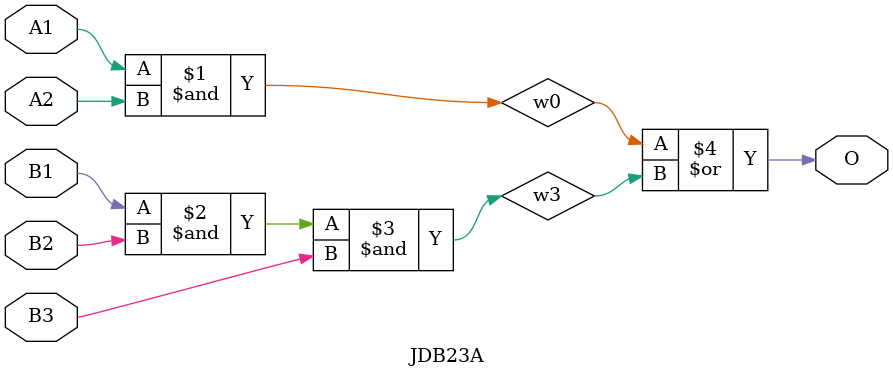
<source format=v>
module JDB23A(A1, A2, B1, B2, B3, O);
input   A1;
input   A2;
input   B1;
input   B2;
input   B3;
output  O;
and g0(w0, A1, A2);
and g1(w3, B1, B2, B3);
or g2(O, w0, w3);
endmodule
</source>
